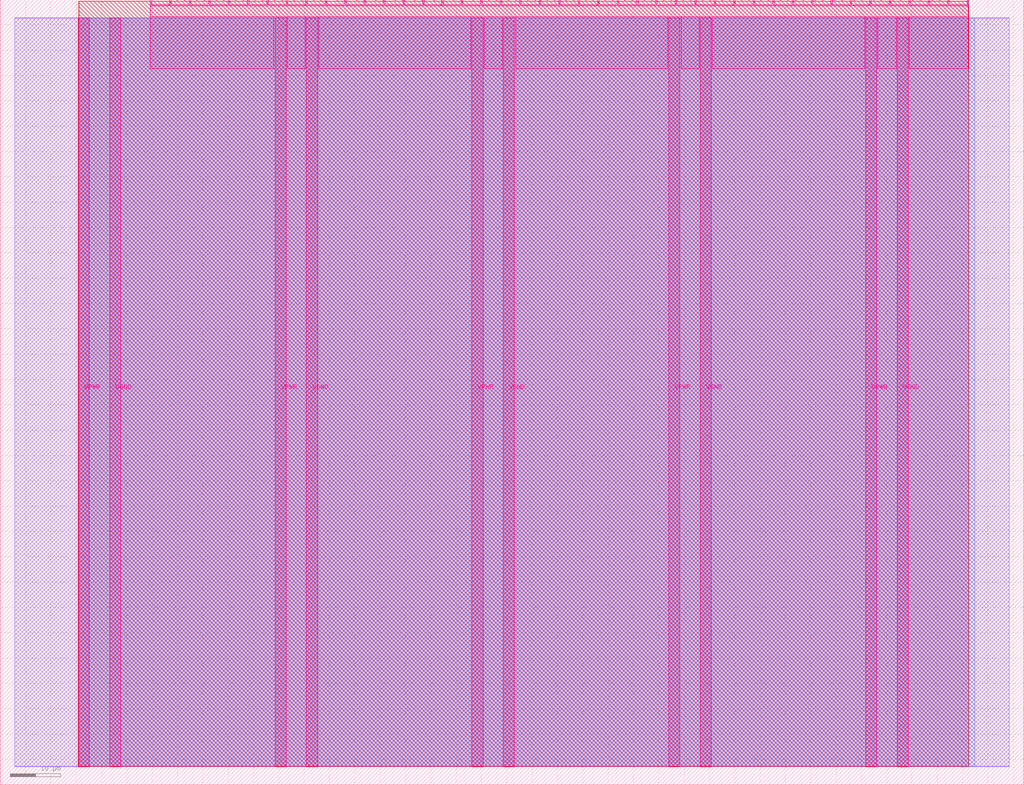
<source format=lef>
VERSION 5.7 ;
  NOWIREEXTENSIONATPIN ON ;
  DIVIDERCHAR "/" ;
  BUSBITCHARS "[]" ;
MACRO tt_um_ring_divider
  CLASS BLOCK ;
  FOREIGN tt_um_ring_divider ;
  ORIGIN 0.000 0.000 ;
  SIZE 202.080 BY 154.980 ;
  PIN VGND
    DIRECTION INOUT ;
    USE GROUND ;
    PORT
      LAYER Metal5 ;
        RECT 21.580 3.560 23.780 151.420 ;
    END
    PORT
      LAYER Metal5 ;
        RECT 60.450 3.560 62.650 151.420 ;
    END
    PORT
      LAYER Metal5 ;
        RECT 99.320 3.560 101.520 151.420 ;
    END
    PORT
      LAYER Metal5 ;
        RECT 138.190 3.560 140.390 151.420 ;
    END
    PORT
      LAYER Metal5 ;
        RECT 177.060 3.560 179.260 151.420 ;
    END
  END VGND
  PIN VPWR
    DIRECTION INOUT ;
    USE POWER ;
    PORT
      LAYER Metal5 ;
        RECT 15.380 3.560 17.580 151.420 ;
    END
    PORT
      LAYER Metal5 ;
        RECT 54.250 3.560 56.450 151.420 ;
    END
    PORT
      LAYER Metal5 ;
        RECT 93.120 3.560 95.320 151.420 ;
    END
    PORT
      LAYER Metal5 ;
        RECT 131.990 3.560 134.190 151.420 ;
    END
    PORT
      LAYER Metal5 ;
        RECT 170.860 3.560 173.060 151.420 ;
    END
  END VPWR
  PIN clk
    DIRECTION INPUT ;
    USE SIGNAL ;
    ANTENNAGATEAREA 0.180700 ;
    PORT
      LAYER Metal5 ;
        RECT 187.050 153.980 187.350 154.980 ;
    END
  END clk
  PIN ena
    DIRECTION INPUT ;
    USE SIGNAL ;
    ANTENNAGATEAREA 0.213200 ;
    PORT
      LAYER Metal5 ;
        RECT 190.890 153.980 191.190 154.980 ;
    END
  END ena
  PIN rst_n
    DIRECTION INPUT ;
    USE SIGNAL ;
    ANTENNAGATEAREA 0.180700 ;
    PORT
      LAYER Metal5 ;
        RECT 183.210 153.980 183.510 154.980 ;
    END
  END rst_n
  PIN ui_in[0]
    DIRECTION INPUT ;
    USE SIGNAL ;
    ANTENNAGATEAREA 0.213200 ;
    PORT
      LAYER Metal5 ;
        RECT 179.370 153.980 179.670 154.980 ;
    END
  END ui_in[0]
  PIN ui_in[1]
    DIRECTION INPUT ;
    USE SIGNAL ;
    PORT
      LAYER Metal5 ;
        RECT 175.530 153.980 175.830 154.980 ;
    END
  END ui_in[1]
  PIN ui_in[2]
    DIRECTION INPUT ;
    USE SIGNAL ;
    PORT
      LAYER Metal5 ;
        RECT 171.690 153.980 171.990 154.980 ;
    END
  END ui_in[2]
  PIN ui_in[3]
    DIRECTION INPUT ;
    USE SIGNAL ;
    PORT
      LAYER Metal5 ;
        RECT 167.850 153.980 168.150 154.980 ;
    END
  END ui_in[3]
  PIN ui_in[4]
    DIRECTION INPUT ;
    USE SIGNAL ;
    PORT
      LAYER Metal5 ;
        RECT 164.010 153.980 164.310 154.980 ;
    END
  END ui_in[4]
  PIN ui_in[5]
    DIRECTION INPUT ;
    USE SIGNAL ;
    PORT
      LAYER Metal5 ;
        RECT 160.170 153.980 160.470 154.980 ;
    END
  END ui_in[5]
  PIN ui_in[6]
    DIRECTION INPUT ;
    USE SIGNAL ;
    PORT
      LAYER Metal5 ;
        RECT 156.330 153.980 156.630 154.980 ;
    END
  END ui_in[6]
  PIN ui_in[7]
    DIRECTION INPUT ;
    USE SIGNAL ;
    PORT
      LAYER Metal5 ;
        RECT 152.490 153.980 152.790 154.980 ;
    END
  END ui_in[7]
  PIN uio_in[0]
    DIRECTION INPUT ;
    USE SIGNAL ;
    PORT
      LAYER Metal5 ;
        RECT 148.650 153.980 148.950 154.980 ;
    END
  END uio_in[0]
  PIN uio_in[1]
    DIRECTION INPUT ;
    USE SIGNAL ;
    PORT
      LAYER Metal5 ;
        RECT 144.810 153.980 145.110 154.980 ;
    END
  END uio_in[1]
  PIN uio_in[2]
    DIRECTION INPUT ;
    USE SIGNAL ;
    PORT
      LAYER Metal5 ;
        RECT 140.970 153.980 141.270 154.980 ;
    END
  END uio_in[2]
  PIN uio_in[3]
    DIRECTION INPUT ;
    USE SIGNAL ;
    PORT
      LAYER Metal5 ;
        RECT 137.130 153.980 137.430 154.980 ;
    END
  END uio_in[3]
  PIN uio_in[4]
    DIRECTION INPUT ;
    USE SIGNAL ;
    PORT
      LAYER Metal5 ;
        RECT 133.290 153.980 133.590 154.980 ;
    END
  END uio_in[4]
  PIN uio_in[5]
    DIRECTION INPUT ;
    USE SIGNAL ;
    PORT
      LAYER Metal5 ;
        RECT 129.450 153.980 129.750 154.980 ;
    END
  END uio_in[5]
  PIN uio_in[6]
    DIRECTION INPUT ;
    USE SIGNAL ;
    PORT
      LAYER Metal5 ;
        RECT 125.610 153.980 125.910 154.980 ;
    END
  END uio_in[6]
  PIN uio_in[7]
    DIRECTION INPUT ;
    USE SIGNAL ;
    PORT
      LAYER Metal5 ;
        RECT 121.770 153.980 122.070 154.980 ;
    END
  END uio_in[7]
  PIN uio_oe[0]
    DIRECTION OUTPUT ;
    USE SIGNAL ;
    ANTENNADIFFAREA 0.299200 ;
    PORT
      LAYER Metal5 ;
        RECT 56.490 153.980 56.790 154.980 ;
    END
  END uio_oe[0]
  PIN uio_oe[1]
    DIRECTION OUTPUT ;
    USE SIGNAL ;
    ANTENNADIFFAREA 0.299200 ;
    PORT
      LAYER Metal5 ;
        RECT 52.650 153.980 52.950 154.980 ;
    END
  END uio_oe[1]
  PIN uio_oe[2]
    DIRECTION OUTPUT ;
    USE SIGNAL ;
    ANTENNADIFFAREA 0.299200 ;
    PORT
      LAYER Metal5 ;
        RECT 48.810 153.980 49.110 154.980 ;
    END
  END uio_oe[2]
  PIN uio_oe[3]
    DIRECTION OUTPUT ;
    USE SIGNAL ;
    ANTENNADIFFAREA 0.299200 ;
    PORT
      LAYER Metal5 ;
        RECT 44.970 153.980 45.270 154.980 ;
    END
  END uio_oe[3]
  PIN uio_oe[4]
    DIRECTION OUTPUT ;
    USE SIGNAL ;
    ANTENNADIFFAREA 0.299200 ;
    PORT
      LAYER Metal5 ;
        RECT 41.130 153.980 41.430 154.980 ;
    END
  END uio_oe[4]
  PIN uio_oe[5]
    DIRECTION OUTPUT ;
    USE SIGNAL ;
    ANTENNADIFFAREA 0.299200 ;
    PORT
      LAYER Metal5 ;
        RECT 37.290 153.980 37.590 154.980 ;
    END
  END uio_oe[5]
  PIN uio_oe[6]
    DIRECTION OUTPUT ;
    USE SIGNAL ;
    ANTENNADIFFAREA 0.299200 ;
    PORT
      LAYER Metal5 ;
        RECT 33.450 153.980 33.750 154.980 ;
    END
  END uio_oe[6]
  PIN uio_oe[7]
    DIRECTION OUTPUT ;
    USE SIGNAL ;
    ANTENNADIFFAREA 0.299200 ;
    PORT
      LAYER Metal5 ;
        RECT 29.610 153.980 29.910 154.980 ;
    END
  END uio_oe[7]
  PIN uio_out[0]
    DIRECTION OUTPUT ;
    USE SIGNAL ;
    ANTENNAGATEAREA 0.483600 ;
    ANTENNADIFFAREA 0.972800 ;
    PORT
      LAYER Metal5 ;
        RECT 87.210 153.980 87.510 154.980 ;
    END
  END uio_out[0]
  PIN uio_out[1]
    DIRECTION OUTPUT ;
    USE SIGNAL ;
    ANTENNADIFFAREA 0.662000 ;
    PORT
      LAYER Metal5 ;
        RECT 83.370 153.980 83.670 154.980 ;
    END
  END uio_out[1]
  PIN uio_out[2]
    DIRECTION OUTPUT ;
    USE SIGNAL ;
    ANTENNADIFFAREA 0.654800 ;
    PORT
      LAYER Metal5 ;
        RECT 79.530 153.980 79.830 154.980 ;
    END
  END uio_out[2]
  PIN uio_out[3]
    DIRECTION OUTPUT ;
    USE SIGNAL ;
    ANTENNADIFFAREA 0.299200 ;
    PORT
      LAYER Metal5 ;
        RECT 75.690 153.980 75.990 154.980 ;
    END
  END uio_out[3]
  PIN uio_out[4]
    DIRECTION OUTPUT ;
    USE SIGNAL ;
    ANTENNADIFFAREA 0.299200 ;
    PORT
      LAYER Metal5 ;
        RECT 71.850 153.980 72.150 154.980 ;
    END
  END uio_out[4]
  PIN uio_out[5]
    DIRECTION OUTPUT ;
    USE SIGNAL ;
    ANTENNADIFFAREA 0.299200 ;
    PORT
      LAYER Metal5 ;
        RECT 68.010 153.980 68.310 154.980 ;
    END
  END uio_out[5]
  PIN uio_out[6]
    DIRECTION OUTPUT ;
    USE SIGNAL ;
    ANTENNADIFFAREA 0.299200 ;
    PORT
      LAYER Metal5 ;
        RECT 64.170 153.980 64.470 154.980 ;
    END
  END uio_out[6]
  PIN uio_out[7]
    DIRECTION OUTPUT ;
    USE SIGNAL ;
    ANTENNADIFFAREA 0.299200 ;
    PORT
      LAYER Metal5 ;
        RECT 60.330 153.980 60.630 154.980 ;
    END
  END uio_out[7]
  PIN uo_out[0]
    DIRECTION OUTPUT ;
    USE SIGNAL ;
    ANTENNADIFFAREA 0.654800 ;
    PORT
      LAYER Metal5 ;
        RECT 117.930 153.980 118.230 154.980 ;
    END
  END uo_out[0]
  PIN uo_out[1]
    DIRECTION OUTPUT ;
    USE SIGNAL ;
    ANTENNADIFFAREA 0.654800 ;
    PORT
      LAYER Metal5 ;
        RECT 114.090 153.980 114.390 154.980 ;
    END
  END uo_out[1]
  PIN uo_out[2]
    DIRECTION OUTPUT ;
    USE SIGNAL ;
    ANTENNADIFFAREA 0.654800 ;
    PORT
      LAYER Metal5 ;
        RECT 110.250 153.980 110.550 154.980 ;
    END
  END uo_out[2]
  PIN uo_out[3]
    DIRECTION OUTPUT ;
    USE SIGNAL ;
    ANTENNADIFFAREA 0.654800 ;
    PORT
      LAYER Metal5 ;
        RECT 106.410 153.980 106.710 154.980 ;
    END
  END uo_out[3]
  PIN uo_out[4]
    DIRECTION OUTPUT ;
    USE SIGNAL ;
    ANTENNADIFFAREA 0.654800 ;
    PORT
      LAYER Metal5 ;
        RECT 102.570 153.980 102.870 154.980 ;
    END
  END uo_out[4]
  PIN uo_out[5]
    DIRECTION OUTPUT ;
    USE SIGNAL ;
    ANTENNADIFFAREA 0.662000 ;
    PORT
      LAYER Metal5 ;
        RECT 98.730 153.980 99.030 154.980 ;
    END
  END uo_out[5]
  PIN uo_out[6]
    DIRECTION OUTPUT ;
    USE SIGNAL ;
    ANTENNADIFFAREA 0.662000 ;
    PORT
      LAYER Metal5 ;
        RECT 94.890 153.980 95.190 154.980 ;
    END
  END uo_out[6]
  PIN uo_out[7]
    DIRECTION OUTPUT ;
    USE SIGNAL ;
    ANTENNADIFFAREA 0.299200 ;
    PORT
      LAYER Metal5 ;
        RECT 91.050 153.980 91.350 154.980 ;
    END
  END uo_out[7]
  OBS
      LAYER GatPoly ;
        RECT 2.880 3.630 199.200 151.350 ;
      LAYER Metal1 ;
        RECT 2.880 3.560 199.200 151.420 ;
      LAYER Metal2 ;
        RECT 15.515 3.680 192.385 151.300 ;
      LAYER Metal3 ;
        RECT 15.560 3.635 191.140 154.705 ;
      LAYER Metal4 ;
        RECT 15.515 3.680 191.185 154.660 ;
      LAYER Metal5 ;
        RECT 30.120 153.770 33.240 153.980 ;
        RECT 33.960 153.770 37.080 153.980 ;
        RECT 37.800 153.770 40.920 153.980 ;
        RECT 41.640 153.770 44.760 153.980 ;
        RECT 45.480 153.770 48.600 153.980 ;
        RECT 49.320 153.770 52.440 153.980 ;
        RECT 53.160 153.770 56.280 153.980 ;
        RECT 57.000 153.770 60.120 153.980 ;
        RECT 60.840 153.770 63.960 153.980 ;
        RECT 64.680 153.770 67.800 153.980 ;
        RECT 68.520 153.770 71.640 153.980 ;
        RECT 72.360 153.770 75.480 153.980 ;
        RECT 76.200 153.770 79.320 153.980 ;
        RECT 80.040 153.770 83.160 153.980 ;
        RECT 83.880 153.770 87.000 153.980 ;
        RECT 87.720 153.770 90.840 153.980 ;
        RECT 91.560 153.770 94.680 153.980 ;
        RECT 95.400 153.770 98.520 153.980 ;
        RECT 99.240 153.770 102.360 153.980 ;
        RECT 103.080 153.770 106.200 153.980 ;
        RECT 106.920 153.770 110.040 153.980 ;
        RECT 110.760 153.770 113.880 153.980 ;
        RECT 114.600 153.770 117.720 153.980 ;
        RECT 118.440 153.770 121.560 153.980 ;
        RECT 122.280 153.770 125.400 153.980 ;
        RECT 126.120 153.770 129.240 153.980 ;
        RECT 129.960 153.770 133.080 153.980 ;
        RECT 133.800 153.770 136.920 153.980 ;
        RECT 137.640 153.770 140.760 153.980 ;
        RECT 141.480 153.770 144.600 153.980 ;
        RECT 145.320 153.770 148.440 153.980 ;
        RECT 149.160 153.770 152.280 153.980 ;
        RECT 153.000 153.770 156.120 153.980 ;
        RECT 156.840 153.770 159.960 153.980 ;
        RECT 160.680 153.770 163.800 153.980 ;
        RECT 164.520 153.770 167.640 153.980 ;
        RECT 168.360 153.770 171.480 153.980 ;
        RECT 172.200 153.770 175.320 153.980 ;
        RECT 176.040 153.770 179.160 153.980 ;
        RECT 179.880 153.770 183.000 153.980 ;
        RECT 183.720 153.770 186.840 153.980 ;
        RECT 187.560 153.770 190.680 153.980 ;
        RECT 29.660 151.630 191.140 153.770 ;
        RECT 29.660 141.395 54.040 151.630 ;
        RECT 56.660 141.395 60.240 151.630 ;
        RECT 62.860 141.395 92.910 151.630 ;
        RECT 95.530 141.395 99.110 151.630 ;
        RECT 101.730 141.395 131.780 151.630 ;
        RECT 134.400 141.395 137.980 151.630 ;
        RECT 140.600 141.395 170.650 151.630 ;
        RECT 173.270 141.395 176.850 151.630 ;
        RECT 179.470 141.395 191.140 151.630 ;
  END
END tt_um_ring_divider
END LIBRARY


</source>
